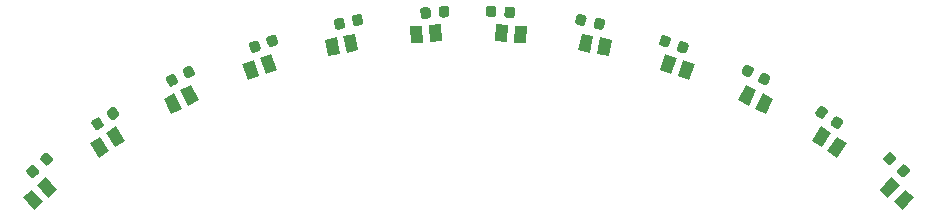
<source format=gbr>
%TF.GenerationSoftware,KiCad,Pcbnew,(5.1.10)-1*%
%TF.CreationDate,2022-02-04T19:35:20+09:00*%
%TF.ProjectId,Main,4d61696e-2e6b-4696-9361-645f70636258,rev?*%
%TF.SameCoordinates,Original*%
%TF.FileFunction,Paste,Bot*%
%TF.FilePolarity,Positive*%
%FSLAX46Y46*%
G04 Gerber Fmt 4.6, Leading zero omitted, Abs format (unit mm)*
G04 Created by KiCad (PCBNEW (5.1.10)-1) date 2022-02-04 19:35:20*
%MOMM*%
%LPD*%
G01*
G04 APERTURE LIST*
%ADD10C,0.100000*%
G04 APERTURE END LIST*
%TO.C,D1*%
G36*
G01*
X-37052920Y42750299D02*
X-37390498Y43135912D01*
G75*
G02*
X-37369995Y43444591I164591J144088D01*
G01*
X-37040813Y43732768D01*
G75*
G02*
X-36732134Y43712265I144088J-164591D01*
G01*
X-36394556Y43326652D01*
G75*
G02*
X-36415059Y43017973I-164591J-144088D01*
G01*
X-36744241Y42729796D01*
G75*
G02*
X-37052920Y42750299I-144088J164591D01*
G01*
G37*
G36*
G01*
X-35867866Y43787735D02*
X-36205444Y44173348D01*
G75*
G02*
X-36184941Y44482027I164591J144088D01*
G01*
X-35855759Y44770204D01*
G75*
G02*
X-35547080Y44749701I144088J-164591D01*
G01*
X-35209502Y44364088D01*
G75*
G02*
X-35230005Y44055409I-164591J-144088D01*
G01*
X-35559187Y43767232D01*
G75*
G02*
X-35867866Y43787735I-144088J164591D01*
G01*
G37*
%TD*%
%TO.C,D2*%
G36*
G01*
X-30316637Y47681008D02*
X-30600995Y48107384D01*
G75*
G02*
X-30540377Y48410746I181990J121372D01*
G01*
X-30176397Y48653490D01*
G75*
G02*
X-29873035Y48592872I121372J-181990D01*
G01*
X-29588677Y48166496D01*
G75*
G02*
X-29649295Y47863134I-181990J-121372D01*
G01*
X-30013275Y47620390D01*
G75*
G02*
X-30316637Y47681008I-121372J181990D01*
G01*
G37*
G36*
G01*
X-31626965Y46807128D02*
X-31911323Y47233504D01*
G75*
G02*
X-31850705Y47536866I181990J121372D01*
G01*
X-31486725Y47779610D01*
G75*
G02*
X-31183363Y47718992I121372J-181990D01*
G01*
X-30899005Y47292616D01*
G75*
G02*
X-30959623Y46989254I-181990J-121372D01*
G01*
X-31323603Y46746510D01*
G75*
G02*
X-31626965Y46807128I-121372J181990D01*
G01*
G37*
%TD*%
%TO.C,D3*%
G36*
G01*
X-23972823Y51224605D02*
X-24199095Y51684450D01*
G75*
G02*
X-24099399Y51977304I196275J96579D01*
G01*
X-23706849Y52170463D01*
G75*
G02*
X-23413995Y52070767I96579J-196275D01*
G01*
X-23187723Y51610922D01*
G75*
G02*
X-23287419Y51318068I-196275J-96579D01*
G01*
X-23679969Y51124909D01*
G75*
G02*
X-23972823Y51224605I-96579J196275D01*
G01*
G37*
G36*
G01*
X-25386005Y50529233D02*
X-25612277Y50989078D01*
G75*
G02*
X-25512581Y51281932I196275J96579D01*
G01*
X-25120031Y51475091D01*
G75*
G02*
X-24827177Y51375395I96579J-196275D01*
G01*
X-24600905Y50915550D01*
G75*
G02*
X-24700601Y50622696I-196275J-96579D01*
G01*
X-25093151Y50429537D01*
G75*
G02*
X-25386005Y50529233I-96579J196275D01*
G01*
G37*
%TD*%
%TO.C,D4*%
G36*
G01*
X-18428175Y53414526D02*
X-18592489Y53899972D01*
G75*
G02*
X-18455421Y54177308I207202J70134D01*
G01*
X-18041017Y54317576D01*
G75*
G02*
X-17763681Y54180508I70134J-207202D01*
G01*
X-17599367Y53695062D01*
G75*
G02*
X-17736435Y53417726I-207202J-70134D01*
G01*
X-18150839Y53277458D01*
G75*
G02*
X-18428175Y53414526I-70134J207202D01*
G01*
G37*
G36*
G01*
X-16936319Y53919492D02*
X-17100633Y54404938D01*
G75*
G02*
X-16963565Y54682274I207202J70134D01*
G01*
X-16549161Y54822542D01*
G75*
G02*
X-16271825Y54685474I70134J-207202D01*
G01*
X-16107511Y54200028D01*
G75*
G02*
X-16244579Y53922692I-207202J-70134D01*
G01*
X-16658983Y53782424D01*
G75*
G02*
X-16936319Y53919492I-70134J207202D01*
G01*
G37*
%TD*%
%TO.C,D5*%
G36*
G01*
X-9756893Y55716612D02*
X-9856438Y56219352D01*
G75*
G02*
X-9684343Y56476425I214584J42489D01*
G01*
X-9255176Y56561403D01*
G75*
G02*
X-8998103Y56389308I42489J-214584D01*
G01*
X-8898558Y55886568D01*
G75*
G02*
X-9070653Y55629495I-214584J-42489D01*
G01*
X-9499820Y55544517D01*
G75*
G02*
X-9756893Y55716612I-42489J214584D01*
G01*
G37*
G36*
G01*
X-11301897Y55410692D02*
X-11401442Y55913432D01*
G75*
G02*
X-11229347Y56170505I214584J42489D01*
G01*
X-10800180Y56255483D01*
G75*
G02*
X-10543107Y56083388I42489J-214584D01*
G01*
X-10443562Y55580648D01*
G75*
G02*
X-10615657Y55323575I-214584J-42489D01*
G01*
X-11044824Y55238597D01*
G75*
G02*
X-11301897Y55410692I-42489J214584D01*
G01*
G37*
%TD*%
%TO.C,D6*%
G36*
G01*
X-2484193Y56466871D02*
X-2517265Y56978302D01*
G75*
G02*
X-2313087Y57210712I218294J14116D01*
G01*
X-1876499Y57238945D01*
G75*
G02*
X-1644089Y57034767I14116J-218294D01*
G01*
X-1611017Y56523336D01*
G75*
G02*
X-1815195Y56290926I-218294J-14116D01*
G01*
X-2251783Y56262693D01*
G75*
G02*
X-2484193Y56466871I-14116J218294D01*
G01*
G37*
G36*
G01*
X-4055911Y56365233D02*
X-4088983Y56876664D01*
G75*
G02*
X-3884805Y57109074I218294J14116D01*
G01*
X-3448217Y57137307D01*
G75*
G02*
X-3215807Y56933129I14116J-218294D01*
G01*
X-3182735Y56421698D01*
G75*
G02*
X-3386913Y56189288I-218294J-14116D01*
G01*
X-3823501Y56161055D01*
G75*
G02*
X-4055911Y56365233I-14116J218294D01*
G01*
G37*
%TD*%
%TO.C,D7*%
G36*
G01*
X3939290Y56924501D02*
X3905324Y56413128D01*
G75*
G02*
X3672558Y56209356I-218269J14497D01*
G01*
X3236020Y56238351D01*
G75*
G02*
X3032248Y56471117I14497J218269D01*
G01*
X3066214Y56982490D01*
G75*
G02*
X3298980Y57186262I218269J-14497D01*
G01*
X3735518Y57157267D01*
G75*
G02*
X3939290Y56924501I-14497J-218269D01*
G01*
G37*
G36*
G01*
X2367752Y57028883D02*
X2333786Y56517510D01*
G75*
G02*
X2101020Y56313738I-218269J14497D01*
G01*
X1664482Y56342733D01*
G75*
G02*
X1460710Y56575499I14497J218269D01*
G01*
X1494676Y57086872D01*
G75*
G02*
X1727442Y57290644I218269J-14497D01*
G01*
X2163980Y57261649D01*
G75*
G02*
X2367752Y57028883I-14497J-218269D01*
G01*
G37*
%TD*%
%TO.C,D8*%
G36*
G01*
X11551464Y55911248D02*
X11451041Y55408683D01*
G75*
G02*
X11193669Y55237037I-214509J42863D01*
G01*
X10764650Y55322764D01*
G75*
G02*
X10593004Y55580136I42863J214509D01*
G01*
X10693427Y56082701D01*
G75*
G02*
X10950799Y56254347I214509J-42863D01*
G01*
X11379818Y56168620D01*
G75*
G02*
X11551464Y55911248I-42863J-214509D01*
G01*
G37*
G36*
G01*
X10006996Y56219864D02*
X9906573Y55717299D01*
G75*
G02*
X9649201Y55545653I-214509J42863D01*
G01*
X9220182Y55631380D01*
G75*
G02*
X9048536Y55888752I42863J214509D01*
G01*
X9148959Y56391317D01*
G75*
G02*
X9406331Y56562963I214509J-42863D01*
G01*
X9835350Y56477236D01*
G75*
G02*
X10006996Y56219864I-42863J-214509D01*
G01*
G37*
%TD*%
%TO.C,D9*%
G36*
G01*
X18642226Y53847803D02*
X18477065Y53362646D01*
G75*
G02*
X18199489Y53226062I-207080J70496D01*
G01*
X17785330Y53367053D01*
G75*
G02*
X17648746Y53644629I70496J207080D01*
G01*
X17813907Y54129786D01*
G75*
G02*
X18091483Y54266370I207080J-70496D01*
G01*
X18505642Y54125379D01*
G75*
G02*
X18642226Y53847803I-70496J-207080D01*
G01*
G37*
G36*
G01*
X17151254Y54355371D02*
X16986093Y53870214D01*
G75*
G02*
X16708517Y53733630I-207080J70496D01*
G01*
X16294358Y53874621D01*
G75*
G02*
X16157774Y54152197I70496J207080D01*
G01*
X16322935Y54637354D01*
G75*
G02*
X16600511Y54773938I207080J-70496D01*
G01*
X17014670Y54632947D01*
G75*
G02*
X17151254Y54355371I-70496J-207080D01*
G01*
G37*
%TD*%
%TO.C,D13*%
G36*
G01*
X25561732Y51086962D02*
X25334658Y50627513D01*
G75*
G02*
X25041630Y50528329I-196106J96922D01*
G01*
X24649418Y50722172D01*
G75*
G02*
X24550234Y51015200I96922J196106D01*
G01*
X24777308Y51474649D01*
G75*
G02*
X25070336Y51573833I196106J-96922D01*
G01*
X25462548Y51379990D01*
G75*
G02*
X25561732Y51086962I-96922J-196106D01*
G01*
G37*
G36*
G01*
X24149766Y51784800D02*
X23922692Y51325351D01*
G75*
G02*
X23629664Y51226167I-196106J96922D01*
G01*
X23237452Y51420010D01*
G75*
G02*
X23138268Y51713038I96922J196106D01*
G01*
X23365342Y52172487D01*
G75*
G02*
X23658370Y52271671I196106J-96922D01*
G01*
X24050582Y52077828D01*
G75*
G02*
X24149766Y51784800I-96922J-196106D01*
G01*
G37*
%TD*%
%TO.C,D14*%
G36*
G01*
X31710507Y47331477D02*
X31425405Y46905598D01*
G75*
G02*
X31121937Y46845510I-181778J121690D01*
G01*
X30758381Y47088889D01*
G75*
G02*
X30698293Y47392357I121690J181778D01*
G01*
X30983395Y47818236D01*
G75*
G02*
X31286863Y47878324I181778J-121690D01*
G01*
X31650419Y47634945D01*
G75*
G02*
X31710507Y47331477I-121690J-181778D01*
G01*
G37*
G36*
G01*
X30401707Y48207643D02*
X30116605Y47781764D01*
G75*
G02*
X29813137Y47721676I-181778J121690D01*
G01*
X29449581Y47965055D01*
G75*
G02*
X29389493Y48268523I121690J181778D01*
G01*
X29674595Y48694402D01*
G75*
G02*
X29978063Y48754490I181778J-121690D01*
G01*
X30341619Y48511111D01*
G75*
G02*
X30401707Y48207643I-121690J-181778D01*
G01*
G37*
%TD*%
%TO.C,D15*%
G36*
G01*
X36156182Y44223512D02*
X35817932Y43838489D01*
G75*
G02*
X35509218Y43818525I-164339J144375D01*
G01*
X35180540Y44107276D01*
G75*
G02*
X35160576Y44415990I144375J164339D01*
G01*
X35498826Y44801013D01*
G75*
G02*
X35807540Y44820977I164339J-144375D01*
G01*
X36136218Y44532226D01*
G75*
G02*
X36156182Y44223512I-144375J-164339D01*
G01*
G37*
G36*
G01*
X37339424Y43184010D02*
X37001174Y42798987D01*
G75*
G02*
X36692460Y42779023I-164339J144375D01*
G01*
X36363782Y43067774D01*
G75*
G02*
X36343818Y43376488I144375J164339D01*
G01*
X36682068Y43761511D01*
G75*
G02*
X36990782Y43781475I164339J-144375D01*
G01*
X37319460Y43492724D01*
G75*
G02*
X37339424Y43184010I-144375J-164339D01*
G01*
G37*
%TD*%
D10*
%TO.C,Q1*%
G36*
X-36967294Y41699083D02*
G01*
X-36012195Y40608081D01*
X-36764610Y39949391D01*
X-37719709Y41040393D01*
X-36967294Y41699083D01*
G37*
G36*
X-35763430Y42752987D02*
G01*
X-34808331Y41661985D01*
X-35560746Y41003295D01*
X-36515845Y42094297D01*
X-35763430Y42752987D01*
G37*
%TD*%
%TO.C,Q2*%
G36*
X-31208211Y46167542D02*
G01*
X-30403687Y44961208D01*
X-31235641Y44406364D01*
X-32040165Y45612698D01*
X-31208211Y46167542D01*
G37*
G36*
X-29877085Y47055294D02*
G01*
X-29072561Y45848960D01*
X-29904515Y45294116D01*
X-30709039Y46500450D01*
X-29877085Y47055294D01*
G37*
%TD*%
%TO.C,Q3*%
G36*
X-23479534Y50552471D02*
G01*
X-22839350Y49251447D01*
X-23736608Y48809941D01*
X-24376792Y50110965D01*
X-23479534Y50552471D01*
G37*
G36*
X-24915148Y49846061D02*
G01*
X-24274964Y48545037D01*
X-25172222Y48103531D01*
X-25812406Y49404555D01*
X-24915148Y49846061D01*
G37*
%TD*%
%TO.C,Q4*%
G36*
X-18195778Y52671701D02*
G01*
X-17730889Y51298246D01*
X-18678100Y50977633D01*
X-19142989Y52351088D01*
X-18195778Y52671701D01*
G37*
G36*
X-16680242Y53184681D02*
G01*
X-16215353Y51811226D01*
X-17162564Y51490613D01*
X-17627453Y52864068D01*
X-16680242Y53184681D01*
G37*
%TD*%
%TO.C,Q5*%
G36*
X-9595546Y54906887D02*
G01*
X-9313907Y53484502D01*
X-10294862Y53290267D01*
X-10576501Y54712652D01*
X-9595546Y54906887D01*
G37*
G36*
X-11165074Y54596113D02*
G01*
X-10883435Y53173728D01*
X-11864390Y52979493D01*
X-12146029Y54401878D01*
X-11165074Y54596113D01*
G37*
%TD*%
%TO.C,Q6*%
G36*
X-3943332Y55586370D02*
G01*
X-3849760Y54139392D01*
X-4847676Y54074860D01*
X-4941248Y55521838D01*
X-3943332Y55586370D01*
G37*
G36*
X-2346668Y55689622D02*
G01*
X-2253096Y54242644D01*
X-3251012Y54178112D01*
X-3344584Y55625090D01*
X-2346668Y55689622D01*
G37*
%TD*%
%TO.C,Q7*%
G36*
X2251982Y54244991D02*
G01*
X2348079Y55691803D01*
X3345880Y55625529D01*
X3249783Y54178717D01*
X2251982Y54244991D01*
G37*
G36*
X3848464Y54138953D02*
G01*
X3944561Y55585765D01*
X4942362Y55519491D01*
X4846265Y54072679D01*
X3848464Y54138953D01*
G37*
%TD*%
%TO.C,Q8*%
G36*
X10882092Y53173460D02*
G01*
X11166214Y54595352D01*
X12146828Y54399406D01*
X11862706Y52977514D01*
X10882092Y53173460D01*
G37*
G36*
X9313108Y53486974D02*
G01*
X9597230Y54908866D01*
X10577844Y54712920D01*
X10293722Y53291028D01*
X9313108Y53486974D01*
G37*
%TD*%
%TO.C,Q9*%
G36*
X16214885Y51813782D02*
G01*
X16682170Y53186424D01*
X17628819Y52864158D01*
X17161534Y51491516D01*
X16214885Y51813782D01*
G37*
G36*
X17729523Y51298156D02*
G01*
X18196808Y52670798D01*
X19143457Y52348532D01*
X18676172Y50975890D01*
X17729523Y51298156D01*
G37*
%TD*%
%TO.C,Q11*%
G36*
X24273597Y48545127D02*
G01*
X24916050Y49845032D01*
X25812537Y49401961D01*
X25170084Y48102056D01*
X24273597Y48545127D01*
G37*
G36*
X22839219Y49254041D02*
G01*
X23481672Y50553946D01*
X24378159Y50110875D01*
X23735706Y48810970D01*
X22839219Y49254041D01*
G37*
%TD*%
%TO.C,Q12*%
G36*
X29072768Y45851549D02*
G01*
X29879397Y47056477D01*
X30710382Y46500181D01*
X29903753Y45295253D01*
X29072768Y45851549D01*
G37*
G36*
X30402344Y44961477D02*
G01*
X31208973Y46166405D01*
X32039958Y45610109D01*
X31233329Y44405181D01*
X30402344Y44961477D01*
G37*
%TD*%
%TO.C,Q13*%
G36*
X36010898Y40608522D02*
G01*
X36967900Y41697855D01*
X37719164Y41037854D01*
X36762162Y39948521D01*
X36010898Y40608522D01*
G37*
G36*
X34808876Y41664524D02*
G01*
X35765878Y42753857D01*
X36517142Y42093856D01*
X35560140Y41004523D01*
X34808876Y41664524D01*
G37*
%TD*%
M02*

</source>
